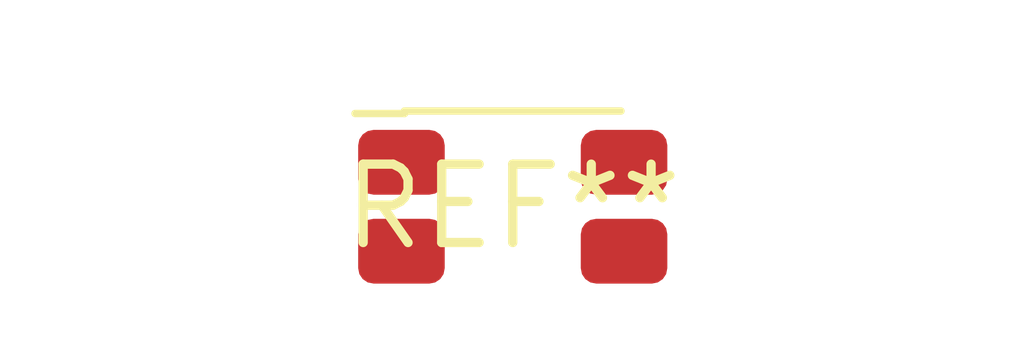
<source format=kicad_pcb>
(kicad_pcb (version 20240108) (generator pcbnew)
  (layers (0 "F.Cu" signal) (31 "B.Cu" signal) (34 "B.Paste" user) (35 "F.Paste" user) (36 "B.SilkS" user "B.Silkscreen") (37 "F.SilkS" user "F.Silkscreen") (38 "B.Mask" user) (39 "F.Mask" user) (44 "Edge.Cuts" user))
  (net 0 "")
  (footprint "SW_SPST_EVQP7A" (layer "F.Cu") (at 0 0)
    (property "Reference" "REF**")
    (property "Value" "SW_SPST_EVQP7A")
    (fp_line (start -2.55 -1.51) (end -1.75 -1.51) (layer "F.SilkS") (stroke (width 0.12)))
    (fp_line (start -1.75 -1.55) (end -1.75 -1.51) (layer "F.SilkS") (stroke (width 0.12)))
    (fp_line (start -1.75 -1.55) (end 1.75 -1.55) (layer "F.SilkS") (stroke (width 0.12)))
    (pad "1" smd roundrect (at -1.8 -0.72) (size 1.4 1.05) (layers "F.Cu" "F.Paste" "F.Mask") (roundrect_rratio 0.2380952381))
    (pad "1" smd roundrect (at 1.8 -0.72) (size 1.4 1.05) (layers "F.Cu" "F.Paste" "F.Mask") (roundrect_rratio 0.2380952381))
    (pad "2" smd roundrect (at -1.8 0.72) (size 1.4 1.05) (layers "F.Cu" "F.Paste" "F.Mask") (roundrect_rratio 0.2380952381))
    (pad "2" smd roundrect (at 1.8 0.72) (size 1.4 1.05) (layers "F.Cu" "F.Paste" "F.Mask") (roundrect_rratio 0.2380952381))
  )
)
</source>
